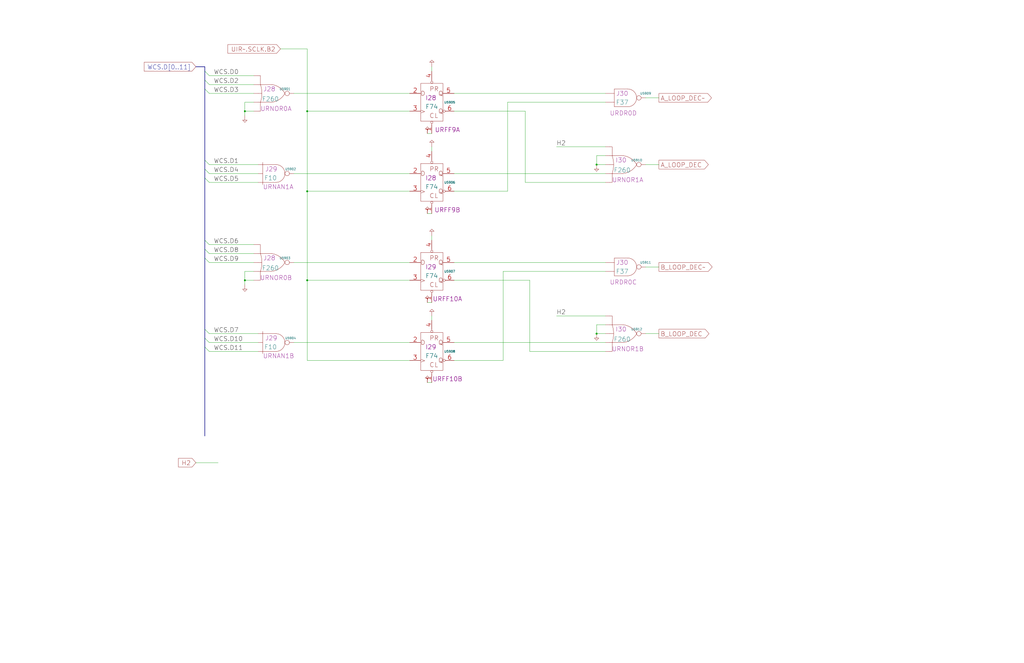
<source format=kicad_sch>
(kicad_sch (version 20230121) (generator eeschema)
  (paper "User" 584.2 378.46)
  (title_block (title "WRITABLE CONTROL STORE\\nLOOP REGISTER PRE-DECODE") (date "15-MAR-90") (rev "1.0") (comment 1 "TYPE") (comment 2 "232-003062") (comment 3 "S400") (comment 4 "RELEASED"))
  (lib_symbols
    (symbol "r1000:F10" (pin_numbers hide) (pin_names hide)
      (property "Reference" "U" (at 13.335 0 0))
      (property "Value" "F10" (at 5.715 -5.08 0))
      (property "Location" "___" (at -1.27 0 0))
      (property "Name" "______" (at -2.54 -10.16 0))
      (symbol "F10_0_1"
        (polyline (pts (xy -2.54 -7.62) (xy 5.08 -7.62)) (stroke (width 0.1524)))
        (polyline (pts (xy -2.54 2.54) (xy 5.08 2.54)) (stroke (width 0.1524)))
        (polyline (pts (xy -2.54 3.81) (xy -2.54 -8.89)) (stroke (width 0.1524)))
        (arc (start 5.08 -7.62) (mid 10.1282 -2.54) (end 5.08 2.54) (stroke (width 0.1524)))
        (circle (center 11.43 -2.54) (radius 1.27) (stroke (width 0.1524)))
      )
      (symbol "F10_0_2"
        (circle (center -3.81 -7.62) (radius 1.27) (stroke (width 0.1524)))
        (circle (center -3.81 2.54) (radius 1.27) (stroke (width 0.1524)))
        (circle (center -3.175 -2.54) (radius 1.27) (stroke (width 0.1524)))
        (arc (start -2.54 -7.62) (mid -1.8195 -2.54) (end -2.54 2.54) (stroke (width 0.1524)))
        (polyline (pts (xy -4.445 -2.54) (xy -5.08 -2.54)) (stroke (width 0.1524)))
        (polyline (pts (xy -2.54 -7.62) (xy 5.08 -7.62)) (stroke (width 0.1524)))
        (polyline (pts (xy -2.54 2.54) (xy 5.08 2.54)) (stroke (width 0.1524)))
        (polyline (pts (xy 10.795 -2.54) (xy 12.7 -2.54)) (stroke (width 0.1524)))
        (arc (start 5.08 -7.62) (mid 8.4845 -5.6954) (end 10.795 -2.54) (stroke (width 0.1524)))
        (arc (start 10.795 -2.54) (mid 8.4807 0.6111) (end 5.08 2.54) (stroke (width 0.1524)))
      )
      (symbol "F10_1_1"
        (pin input line (at -5.08 2.54 0) (length 2.54) (name "D0") (number "1"))
        (pin input line (at -5.08 -2.54 0) (length 2.54) (name "D1") (number "2"))
        (pin input line (at -5.08 -7.62 0) (length 2.54) (name "D2") (number "3"))
        (pin output line (at 15.24 -2.54 180) (length 2.54) (name "Q") (number "4"))
      )
      (symbol "F10_1_2"
        (pin input line (at -5.08 2.54 0) (length 0) (name "D0") (number "1"))
        (pin input line (at -5.08 -2.54 0) (length 0) (name "D1") (number "2"))
        (pin input line (at -5.08 -7.62 0) (length 0) (name "D2") (number "3"))
        (pin output line (at 15.24 -2.54 180) (length 2.54) (name "Q") (number "4"))
      )
    )
    (symbol "r1000:F260" (pin_numbers hide) (pin_names hide)
      (property "Reference" "U" (at 10.16 0 0))
      (property "Value" "F260" (at 1.905 -5.715 0))
      (property "Location" "___" (at 1.27 0 0))
      (property "Name" "______" (at 5.08 -12.7 0))
      (symbol "F260_0_1"
        (arc (start -3.8173 -7.62) (mid -2.9926 -2.54) (end -3.8173 2.54) (stroke (width 0.1524)))
        (polyline (pts (xy -5.08 -7.62) (xy -3.81 -7.62)) (stroke (width 0.1524)))
        (polyline (pts (xy -5.08 -2.54) (xy -3.0226 -2.54)) (stroke (width 0.1524)))
        (polyline (pts (xy -5.08 2.54) (xy -3.81 2.54)) (stroke (width 0.1524)))
        (polyline (pts (xy -3.81 -7.62) (xy 2.54 -7.62)) (stroke (width 0.1524)))
        (polyline (pts (xy -3.81 2.54) (xy 2.54 2.54)) (stroke (width 0.1524)))
        (polyline (pts (xy -5.08 -12.7) (xy -3.81 -12.7) (xy -3.81 -7.62)) (stroke (width 0.1524)))
        (polyline (pts (xy -5.08 7.62) (xy -3.81 7.62) (xy -3.81 2.54)) (stroke (width 0.1524)))
        (arc (start 2.54 -7.62) (mid 6.9504 -5.9805) (end 10.16 -2.54) (stroke (width 0.1524)))
        (arc (start 10.16 -2.54) (mid 6.9516 0.9024) (end 2.54 2.54) (stroke (width 0.1524)))
        (circle (center 11.43 -2.54) (radius 1.27) (stroke (width 0.1524)))
      )
      (symbol "F260_0_2"
        (circle (center -6.35 -12.7) (radius 1.27) (stroke (width 0.1524)))
        (circle (center -6.35 -7.62) (radius 1.27) (stroke (width 0.1524)))
        (circle (center -6.35 -2.54) (radius 1.27) (stroke (width 0.1524)))
        (circle (center -6.35 2.54) (radius 1.27) (stroke (width 0.1524)))
        (circle (center -6.35 7.62) (radius 1.27) (stroke (width 0.1524)))
        (polyline (pts (xy -5.08 -13.97) (xy -5.08 8.89)) (stroke (width 0.1524)))
        (polyline (pts (xy -5.08 -7.62) (xy 2.54 -7.62)) (stroke (width 0.1524)))
        (polyline (pts (xy -5.08 2.54) (xy 2.54 2.54)) (stroke (width 0.1524)))
        (arc (start 2.54 -7.62) (mid 6.1321 -6.1321) (end 7.62 -2.54) (stroke (width 0.1524)))
        (arc (start 7.62 -2.54) (mid 6.1321 1.0521) (end 2.54 2.54) (stroke (width 0.1524)))
      )
      (symbol "F260_1_1"
        (pin input line (at -7.62 -2.54 0) (length 2.54) (name "D2") (number "1"))
        (pin input line (at -7.62 7.62 0) (length 2.54) (name "D0") (number "12"))
        (pin input line (at -7.62 2.54 0) (length 2.54) (name "D1") (number "13"))
        (pin input line (at -7.62 -7.62 0) (length 2.54) (name "D3") (number "2"))
        (pin input line (at -7.62 -12.7 0) (length 2.54) (name "D4") (number "3"))
        (pin output line (at 15.24 -2.54 180) (length 2.54) (name "Q") (number "5"))
      )
      (symbol "F260_1_2"
        (pin input line (at -7.62 -2.54 0) (length 0) (name "D2") (number "1"))
        (pin input line (at -7.62 7.62 0) (length 0) (name "D0") (number "12"))
        (pin input line (at -7.62 2.54 0) (length 0) (name "D1") (number "13"))
        (pin input line (at -7.62 -7.62 0) (length 0) (name "D3") (number "2"))
        (pin input line (at -7.62 -12.7 0) (length 0) (name "D4") (number "3"))
        (pin output line (at 15.24 -2.54 180) (length 7.62) (name "Q") (number "5"))
      )
    )
    (symbol "r1000:F37" (pin_numbers hide) (pin_names (offset 0) hide)
      (property "Reference" "U" (at 15.24 0 0))
      (property "Value" "F37" (at 1.905 -5.08 0))
      (property "Location" "___" (at 1.905 0 0))
      (property "Name" "______" (at 2.54 -12.7 0))
      (symbol "F37_0_1"
        (polyline (pts (xy -2.54 -7.62) (xy 5.08 -7.62)) (stroke (width 0.1524)))
        (polyline (pts (xy -2.54 2.54) (xy -2.54 -7.62)) (stroke (width 0.1524)))
        (polyline (pts (xy -2.54 2.54) (xy 5.08 2.54)) (stroke (width 0.1524)))
        (arc (start 5.08 -7.62) (mid 10.1282 -2.54) (end 5.08 2.54) (stroke (width 0.1524)))
        (circle (center 11.43 -2.54) (radius 1.27) (stroke (width 0.1524)))
      )
      (symbol "F37_0_2"
        (circle (center -3.81 -5.08) (radius 1.27) (stroke (width 0.1524)))
        (circle (center -3.81 0) (radius 1.27) (stroke (width 0.1524)))
        (arc (start -3.175 -7.62) (mid -2.134 -2.54) (end -3.175 2.54) (stroke (width 0.1524)))
        (polyline (pts (xy -3.175 -7.62) (xy 3.81 -7.62)) (stroke (width 0.1524)))
        (polyline (pts (xy -3.175 2.54) (xy 3.81 2.54)) (stroke (width 0.1524)))
        (arc (start 3.81 -7.62) (mid 7.5855 -5.8306) (end 10.16 -2.54) (stroke (width 0.1524)))
        (arc (start 10.16 -2.54) (mid 7.5827 0.7471) (end 3.81 2.54) (stroke (width 0.1524)))
      )
      (symbol "F37_1_1"
        (pin input line (at -7.62 0 0) (length 5.08) (name "D0") (number "1"))
        (pin input line (at -7.62 -5.08 0) (length 5.08) (name "D1") (number "2"))
        (pin output line (at 15.24 -2.54 180) (length 2.54) (name "Q") (number "3"))
      )
      (symbol "F37_1_2"
        (pin input line (at -7.62 0 0) (length 2.54) (name "D0") (number "1"))
        (pin input line (at -7.62 -5.08 0) (length 2.54) (name "D1") (number "2"))
        (pin output line (at 15.24 -2.54 180) (length 5.08) (name "Q") (number "3"))
      )
    )
    (symbol "r1000:F74" (pin_names (offset 1.016) hide)
      (property "Reference" "U" (at 12.7 -2.54 0))
      (property "Value" "F74" (at -1.27 -5.08 0))
      (property "Location" "___" (at -1.27 0 0))
      (property "Name" "______" (at 11.43 -19.685 0))
      (symbol "F74_0_1"
        (rectangle (start -3.81 8.255) (end 8.89 -13.335) (stroke (width 0.1524)))
        (polyline (pts (xy 2.54 -15.24) (xy 2.54 -14.605)) (stroke (width 0.1524)))
        (polyline (pts (xy 2.54 10.16) (xy 2.54 9.525)) (stroke (width 0.1524)))
      )
      (symbol "F74_1_1"
        (circle (center 2.54 -13.97) (radius 0.635))
        (circle (center 2.54 8.89) (radius 0.635))
        (circle (center 9.525 -7.62) (radius 0.635))
        (text ">" (at -2.54 -7.62 0) (effects (font (size 2.54 2.54))))
        (text "C" (at 2.54 -10.16 0) (effects (font (size 2.54 2.54))))
        (text "D" (at -2.54 2.54 0) (effects (font (size 2.54 2.54))))
        (text "L" (at 5.08 -10.16 0) (effects (font (size 2.54 2.54))))
        (text "P" (at 2.54 5.08 0) (effects (font (size 2.54 2.54))))
        (text "Q" (at 7.62 -7.62 0) (effects (font (size 2.54 2.54))))
        (text "Q" (at 7.62 2.54 0) (effects (font (size 2.54 2.54))))
        (text "R" (at 5.08 5.08 0) (effects (font (size 2.54 2.54))))
        (pin input line (at 2.54 -20.32 90) (length 5.08) (name "CL_") (number "1"))
        (pin input line (at -10.16 2.54 0) (length 6.35) (name "D") (number "2"))
        (pin input line (at -10.16 -7.62 0) (length 6.35) (name "CLK") (number "3"))
        (pin input line (at 2.54 15.24 270) (length 5.08) (name "PR_") (number "4"))
        (pin output line (at 15.24 2.54 180) (length 6.35) (name "Q") (number "5"))
        (pin output line (at 15.24 -7.62 180) (length 5.08) (name "Q_") (number "6"))
      )
    )
    (symbol "r1000:PD" (power) (pin_numbers hide) (pin_names hide) (in_bom no)
      (symbol "PD_0_1"
        (polyline (pts (xy 0 -2.54) (xy 1.27 -2.54) (xy 0 -3.81) (xy -1.27 -2.54) (xy 0 -2.54)) (stroke (width 0.1524)))
      )
      (symbol "PD_1_1"
        (pin power_in line (at 0 0 270) (length 2.54) (name "PD") (number "1"))
      )
    )
    (symbol "r1000:PU" (power) (pin_numbers hide) (pin_names hide)
      (symbol "PU_0_1"
        (polyline (pts (xy 0 2.54) (xy -1.27 2.54) (xy 0 3.81) (xy 1.27 2.54) (xy 0 2.54)) (stroke (width 0.1524)))
      )
      (symbol "PU_1_1"
        (pin power_in line (at 0 0 90) (length 2.54) (name "PU") (number "1"))
      )
    )
  )
  (junction (at 139.7 160.02))
  (junction (at 340.36 190.5))
  (junction (at 340.36 93.98))
  (junction (at 175.26 63.5))
  (junction (at 175.26 160.02))
  (junction (at 175.26 109.22))
  (junction (at 139.7 63.5))
  (bus_entry (at 116.84 137.16) (size 2.54 2.54))
  (bus_entry (at 116.84 50.8) (size 2.54 2.54))
  (bus_entry (at 116.84 198.12) (size 2.54 2.54))
  (bus_entry (at 116.84 147.32) (size 2.54 2.54))
  (bus_entry (at 116.84 91.44) (size 2.54 2.54))
  (bus_entry (at 116.84 101.6) (size 2.54 2.54))
  (bus_entry (at 116.84 45.72) (size 2.54 2.54))
  (bus_entry (at 116.84 142.24) (size 2.54 2.54))
  (bus_entry (at 116.84 187.96) (size 2.54 2.54))
  (bus_entry (at 116.84 96.52) (size 2.54 2.54))
  (bus_entry (at 116.84 40.64) (size 2.54 2.54))
  (bus_entry (at 116.84 193.04) (size 2.54 2.54))
  (wire (pts (xy 368.3 152.4) (xy 375.92 152.4)))
  (wire (pts (xy 243.84 172.72) (xy 246.38 172.72)))
  (wire (pts (xy 368.3 93.98) (xy 375.92 93.98)))
  (wire (pts (xy 243.84 218.44) (xy 246.38 218.44)))
  (bus (pts (xy 116.84 38.1) (xy 116.84 40.64)))
  (wire (pts (xy 243.84 121.92) (xy 246.38 121.92)))
  (wire (pts (xy 299.72 104.14) (xy 345.44 104.14)))
  (wire (pts (xy 259.08 99.06) (xy 345.44 99.06)))
  (bus (pts (xy 116.84 147.32) (xy 116.84 187.96)))
  (wire (pts (xy 119.38 195.58) (xy 147.32 195.58)))
  (wire (pts (xy 139.7 63.5) (xy 144.78 63.5)))
  (wire (pts (xy 139.7 160.02) (xy 144.78 160.02)))
  (wire (pts (xy 259.08 53.34) (xy 345.44 53.34)))
  (bus (pts (xy 116.84 96.52) (xy 116.84 101.6)))
  (wire (pts (xy 299.72 63.5) (xy 299.72 104.14)))
  (wire (pts (xy 175.26 160.02) (xy 175.26 205.74)))
  (wire (pts (xy 345.44 185.42) (xy 340.36 185.42)))
  (wire (pts (xy 175.26 63.5) (xy 175.26 109.22)))
  (wire (pts (xy 302.26 160.02) (xy 302.26 200.66)))
  (bus (pts (xy 116.84 198.12) (xy 116.84 248.92)))
  (wire (pts (xy 289.56 109.22) (xy 259.08 109.22)))
  (wire (pts (xy 119.38 93.98) (xy 147.32 93.98)))
  (wire (pts (xy 167.64 53.34) (xy 233.68 53.34)))
  (wire (pts (xy 246.38 134.62) (xy 246.38 137.16)))
  (bus (pts (xy 116.84 137.16) (xy 116.84 142.24)))
  (wire (pts (xy 340.36 88.9) (xy 340.36 93.98)))
  (wire (pts (xy 175.26 160.02) (xy 233.68 160.02)))
  (bus (pts (xy 116.84 142.24) (xy 116.84 147.32)))
  (wire (pts (xy 340.36 190.5) (xy 345.44 190.5)))
  (wire (pts (xy 167.64 149.86) (xy 233.68 149.86)))
  (wire (pts (xy 119.38 144.78) (xy 144.78 144.78)))
  (bus (pts (xy 116.84 50.8) (xy 116.84 91.44)))
  (wire (pts (xy 345.44 88.9) (xy 340.36 88.9)))
  (wire (pts (xy 317.5 180.34) (xy 345.44 180.34)))
  (wire (pts (xy 119.38 149.86) (xy 144.78 149.86)))
  (wire (pts (xy 246.38 38.1) (xy 246.38 40.64)))
  (wire (pts (xy 119.38 99.06) (xy 147.32 99.06)))
  (bus (pts (xy 111.76 38.1) (xy 116.84 38.1)))
  (bus (pts (xy 116.84 101.6) (xy 116.84 137.16)))
  (wire (pts (xy 119.38 104.14) (xy 147.32 104.14)))
  (wire (pts (xy 119.38 43.18) (xy 144.78 43.18)))
  (wire (pts (xy 160.02 27.94) (xy 175.26 27.94)))
  (wire (pts (xy 167.64 99.06) (xy 233.68 99.06)))
  (bus (pts (xy 116.84 187.96) (xy 116.84 193.04)))
  (wire (pts (xy 287.02 154.94) (xy 287.02 205.74)))
  (wire (pts (xy 175.26 109.22) (xy 175.26 160.02)))
  (wire (pts (xy 111.76 264.16) (xy 124.46 264.16)))
  (wire (pts (xy 259.08 195.58) (xy 345.44 195.58)))
  (bus (pts (xy 116.84 40.64) (xy 116.84 45.72)))
  (wire (pts (xy 119.38 139.7) (xy 144.78 139.7)))
  (wire (pts (xy 119.38 48.26) (xy 144.78 48.26)))
  (wire (pts (xy 139.7 58.42) (xy 139.7 63.5)))
  (wire (pts (xy 246.38 180.34) (xy 246.38 182.88)))
  (wire (pts (xy 317.5 83.82) (xy 345.44 83.82)))
  (wire (pts (xy 175.26 109.22) (xy 233.68 109.22)))
  (wire (pts (xy 345.44 154.94) (xy 287.02 154.94)))
  (wire (pts (xy 259.08 63.5) (xy 299.72 63.5)))
  (wire (pts (xy 119.38 53.34) (xy 144.78 53.34)))
  (wire (pts (xy 259.08 149.86) (xy 345.44 149.86)))
  (wire (pts (xy 139.7 63.5) (xy 139.7 66.04)))
  (bus (pts (xy 116.84 45.72) (xy 116.84 50.8)))
  (wire (pts (xy 368.3 190.5) (xy 375.92 190.5)))
  (wire (pts (xy 345.44 58.42) (xy 289.56 58.42)))
  (wire (pts (xy 243.84 76.2) (xy 246.38 76.2)))
  (wire (pts (xy 302.26 200.66) (xy 345.44 200.66)))
  (wire (pts (xy 119.38 200.66) (xy 147.32 200.66)))
  (wire (pts (xy 139.7 160.02) (xy 139.7 154.94)))
  (wire (pts (xy 287.02 205.74) (xy 259.08 205.74)))
  (wire (pts (xy 340.36 93.98) (xy 345.44 93.98)))
  (wire (pts (xy 175.26 205.74) (xy 233.68 205.74)))
  (wire (pts (xy 167.64 195.58) (xy 233.68 195.58)))
  (wire (pts (xy 144.78 58.42) (xy 139.7 58.42)))
  (wire (pts (xy 289.56 58.42) (xy 289.56 109.22)))
  (wire (pts (xy 368.3 55.88) (xy 375.92 55.88)))
  (wire (pts (xy 340.36 185.42) (xy 340.36 190.5)))
  (wire (pts (xy 246.38 83.82) (xy 246.38 86.36)))
  (wire (pts (xy 175.26 63.5) (xy 233.68 63.5)))
  (wire (pts (xy 139.7 154.94) (xy 144.78 154.94)))
  (wire (pts (xy 139.7 162.56) (xy 139.7 160.02)))
  (bus (pts (xy 116.84 91.44) (xy 116.84 96.52)))
  (wire (pts (xy 119.38 190.5) (xy 147.32 190.5)))
  (bus (pts (xy 116.84 193.04) (xy 116.84 198.12)))
  (wire (pts (xy 259.08 160.02) (xy 302.26 160.02)))
  (wire (pts (xy 175.26 27.94) (xy 175.26 63.5)))
  (label "WCS.D7" (at 121.92 190.5 0) (effects (font (size 2.54 2.54))))
  (label "WCS.D5" (at 121.92 104.14 0) (effects (font (size 2.54 2.54))))
  (label "WCS.D4" (at 121.92 99.06 0) (effects (font (size 2.54 2.54))))
  (label "H2" (at 317.5 83.82 0) (effects (font (size 2.54 2.54))))
  (label "WCS.D3" (at 121.92 53.34 0) (effects (font (size 2.54 2.54))))
  (label "WCS.D10" (at 121.92 195.58 0) (effects (font (size 2.54 2.54))))
  (label "WCS.D0" (at 121.92 43.18 0) (effects (font (size 2.54 2.54))))
  (label "WCS.D2" (at 121.92 48.26 0) (effects (font (size 2.54 2.54))))
  (label "H2" (at 317.5 180.34 0) (effects (font (size 2.54 2.54))))
  (label "WCS.D6" (at 121.92 139.7 0) (effects (font (size 2.54 2.54))))
  (label "WCS.D1" (at 121.92 93.98 0) (effects (font (size 2.54 2.54))))
  (label "WCS.D11" (at 121.92 200.66 0) (effects (font (size 2.54 2.54))))
  (label "WCS.D8" (at 121.92 144.78 0) (effects (font (size 2.54 2.54))))
  (label "WCS.D9" (at 121.92 149.86 0) (effects (font (size 2.54 2.54))))
  (global_label "WCS.D[0..11]" (shape input) (at 111.76 38.1 180) (effects (font (size 2.54 2.54))) (property "Intersheetrefs" "${INTERSHEET_REFS}" (at 82.2597 37.9413 0) (effects (font (size 1.905 1.905)) (justify right))))
  (global_label "A_LOOP_DEC" (shape output) (at 375.92 93.98 0) (effects (font (size 2.54 2.54))) (property "Intersheetrefs" "${INTERSHEET_REFS}" (at 404.0898 93.8213 0) (effects (font (size 1.905 1.905)) (justify left))))
  (global_label "B_LOOP_DEC" (shape output) (at 375.92 190.5 0) (effects (font (size 2.54 2.54))) (property "Intersheetrefs" "${INTERSHEET_REFS}" (at 404.4527 190.3413 0) (effects (font (size 1.905 1.905)) (justify left))))
  (global_label "A_LOOP_DEC~" (shape output) (at 375.92 55.88 0) (effects (font (size 2.54 2.54))) (property "Intersheetrefs" "${INTERSHEET_REFS}" (at 405.9041 55.7213 0) (effects (font (size 1.905 1.905)) (justify left))))
  (global_label "UIR~.SCLK.B2" (shape input) (at 160.02 27.94 180) (effects (font (size 2.54 2.54))) (property "Intersheetrefs" "${INTERSHEET_REFS}" (at 130.0359 27.7813 0) (effects (font (size 1.905 1.905)) (justify right))))
  (global_label "B_LOOP_DEC~" (shape output) (at 375.92 152.4 0) (effects (font (size 2.54 2.54))) (property "Intersheetrefs" "${INTERSHEET_REFS}" (at 406.267 152.2413 0) (effects (font (size 1.905 1.905)) (justify left))))
  (global_label "H2" (shape input) (at 111.76 264.16 180) (effects (font (size 2.54 2.54))) (property "Intersheetrefs" "${INTERSHEET_REFS}" (at 101.854 264.0013 0) (effects (font (size 1.905 1.905)) (justify right))))
  (symbol (lib_id "r1000:PU") (at 246.38 38.1 0) (unit 1)
    (property "Reference" "#PWR05907" (effects hide))
    (property "Value" "PU" (effects hide))
  )
  (symbol (lib_id "r1000:F10") (at 152.4 96.52 0) (unit 1)
    (property "Reference" "U5902" (at 165.735 96.52 0))
    (property "Value" "F10" (at 158.115 101.6 0) (effects (font (size 2.54 2.54)) (justify right)))
    (property "Location" "J29" (at 151.13 96.52 0) (effects (font (size 2.54 2.54)) (justify left)))
    (property "Name" "URNAN1A" (at 149.86 106.68 0) (effects (font (size 2.54 2.54)) (justify left)))
  )
  (symbol (lib_id "r1000:PD") (at 340.36 190.5 0) (unit 1) (in_bom no)
    (property "Reference" "#PWR05912" (effects hide))
    (property "Value" "PD" (effects hide))
  )
  (symbol (lib_id "r1000:F260") (at 152.4 147.32 0) (unit 1)
    (property "Reference" "U5903" (at 162.56 147.32 0))
    (property "Value" "F260" (at 154.305 153.035 0) (effects (font (size 2.54 2.54))))
    (property "Location" "J28" (at 153.67 147.32 0) (effects (font (size 2.54 2.54))))
    (property "Name" "URNOR0B" (at 157.48 160.02 0) (effects (font (size 2.54 2.54)) (justify bottom)))
  )
  (symbol (lib_id "r1000:F260") (at 152.4 50.8 0) (unit 1)
    (property "Reference" "U5901" (at 162.56 50.8 0))
    (property "Value" "F260" (at 154.305 56.515 0) (effects (font (size 2.54 2.54))))
    (property "Location" "J28" (at 153.67 50.8 0) (effects (font (size 2.54 2.54))))
    (property "Name" "URNOR0A" (at 157.48 63.5 0) (effects (font (size 2.54 2.54)) (justify bottom)))
  )
  (symbol (lib_id "r1000:PD") (at 340.36 93.98 0) (unit 1) (in_bom no)
    (property "Reference" "#PWR05911" (effects hide))
    (property "Value" "PD" (effects hide))
  )
  (symbol (lib_id "r1000:F74") (at 243.84 101.6 0) (unit 1)
    (property "Reference" "U5906" (at 256.54 104.14 0))
    (property "Value" "F74" (at 242.57 106.68 0) (effects (font (size 2.54 2.54)) (justify left)))
    (property "Location" "I28" (at 242.57 101.6 0) (effects (font (size 2.54 2.54)) (justify left)))
    (property "Name" "URFF9B" (at 255.27 121.285 0) (effects (font (size 2.54 2.54)) (justify bottom)))
  )
  (symbol (lib_id "r1000:PD") (at 139.7 66.04 0) (unit 1) (in_bom no)
    (property "Reference" "#PWR05901" (effects hide))
    (property "Value" "PD" (effects hide))
  )
  (symbol (lib_id "r1000:F37") (at 353.06 149.86 0) (unit 1)
    (property "Reference" "U5911" (at 368.3 149.86 0))
    (property "Value" "F37" (at 354.965 154.94 0) (effects (font (size 2.54 2.54))))
    (property "Location" "J30" (at 354.965 149.86 0) (effects (font (size 2.54 2.54))))
    (property "Name" "URDR0C" (at 355.6 162.56 0) (effects (font (size 2.54 2.54)) (justify bottom)))
  )
  (symbol (lib_id "r1000:PU") (at 243.84 121.92 0) (unit 1)
    (property "Reference" "#PWR05904" (effects hide))
    (property "Value" "PU" (effects hide))
  )
  (symbol (lib_id "r1000:PU") (at 246.38 180.34 0) (unit 1)
    (property "Reference" "#PWR05910" (effects hide))
    (property "Value" "PU" (effects hide))
  )
  (symbol (lib_id "r1000:PU") (at 246.38 134.62 0) (unit 1)
    (property "Reference" "#PWR05909" (effects hide))
    (property "Value" "PU" (effects hide))
  )
  (symbol (lib_id "r1000:F74") (at 243.84 152.4 0) (unit 1)
    (property "Reference" "U5907" (at 256.54 154.94 0))
    (property "Value" "F74" (at 242.57 157.48 0) (effects (font (size 2.54 2.54)) (justify left)))
    (property "Location" "I29" (at 242.57 152.4 0) (effects (font (size 2.54 2.54)) (justify left)))
    (property "Name" "URFF10A" (at 255.27 172.085 0) (effects (font (size 2.54 2.54)) (justify bottom)))
  )
  (symbol (lib_id "r1000:F74") (at 243.84 55.88 0) (unit 1)
    (property "Reference" "U5905" (at 256.54 58.42 0))
    (property "Value" "F74" (at 242.57 60.96 0) (effects (font (size 2.54 2.54)) (justify left)))
    (property "Location" "I28" (at 242.57 55.88 0) (effects (font (size 2.54 2.54)) (justify left)))
    (property "Name" "URFF9A" (at 255.27 75.565 0) (effects (font (size 2.54 2.54)) (justify bottom)))
  )
  (symbol (lib_id "r1000:PU") (at 243.84 172.72 0) (unit 1)
    (property "Reference" "#PWR05905" (effects hide))
    (property "Value" "PU" (effects hide))
  )
  (symbol (lib_id "r1000:F37") (at 353.06 53.34 0) (unit 1)
    (property "Reference" "U5909" (at 368.3 53.34 0))
    (property "Value" "F37" (at 354.965 58.42 0) (effects (font (size 2.54 2.54))))
    (property "Location" "J30" (at 354.965 53.34 0) (effects (font (size 2.54 2.54))))
    (property "Name" "URDR0D" (at 355.6 66.04 0) (effects (font (size 2.54 2.54)) (justify bottom)))
  )
  (symbol (lib_id "r1000:F74") (at 243.84 198.12 0) (unit 1)
    (property "Reference" "U5908" (at 256.54 200.66 0))
    (property "Value" "F74" (at 242.57 203.2 0) (effects (font (size 2.54 2.54)) (justify left)))
    (property "Location" "I29" (at 242.57 198.12 0) (effects (font (size 2.54 2.54)) (justify left)))
    (property "Name" "URFF10B" (at 255.27 217.805 0) (effects (font (size 2.54 2.54)) (justify bottom)))
  )
  (symbol (lib_id "r1000:PU") (at 246.38 83.82 0) (unit 1)
    (property "Reference" "#PWR05908" (effects hide))
    (property "Value" "PU" (effects hide))
  )
  (symbol (lib_id "r1000:PU") (at 243.84 218.44 0) (unit 1)
    (property "Reference" "#PWR05906" (effects hide))
    (property "Value" "PU" (effects hide))
  )
  (symbol (lib_id "r1000:PU") (at 243.84 76.2 0) (unit 1)
    (property "Reference" "#PWR05903" (effects hide))
    (property "Value" "PU" (effects hide))
  )
  (symbol (lib_id "r1000:F260") (at 353.06 187.96 0) (unit 1)
    (property "Reference" "U5912" (at 363.22 187.96 0))
    (property "Value" "F260" (at 354.965 193.675 0) (effects (font (size 2.54 2.54))))
    (property "Location" "I30" (at 354.33 187.96 0) (effects (font (size 2.54 2.54))))
    (property "Name" "URNOR1B" (at 358.14 200.66 0) (effects (font (size 2.54 2.54)) (justify bottom)))
  )
  (symbol (lib_id "r1000:F10") (at 152.4 193.04 0) (unit 1)
    (property "Reference" "U5904" (at 165.735 193.04 0))
    (property "Value" "F10" (at 158.115 198.12 0) (effects (font (size 2.54 2.54)) (justify right)))
    (property "Location" "J29" (at 151.13 193.04 0) (effects (font (size 2.54 2.54)) (justify left)))
    (property "Name" "URNAN1B" (at 149.86 203.2 0) (effects (font (size 2.54 2.54)) (justify left)))
  )
  (symbol (lib_id "r1000:PD") (at 139.7 162.56 0) (unit 1) (in_bom no)
    (property "Reference" "#PWR05902" (effects hide))
    (property "Value" "PD" (effects hide))
  )
  (symbol (lib_id "r1000:F260") (at 353.06 91.44 0) (unit 1)
    (property "Reference" "U5910" (at 363.22 91.44 0))
    (property "Value" "F260" (at 354.965 97.155 0) (effects (font (size 2.54 2.54))))
    (property "Location" "I30" (at 354.33 91.44 0) (effects (font (size 2.54 2.54))))
    (property "Name" "URNOR1A" (at 358.14 104.14 0) (effects (font (size 2.54 2.54)) (justify bottom)))
  )
)
</source>
